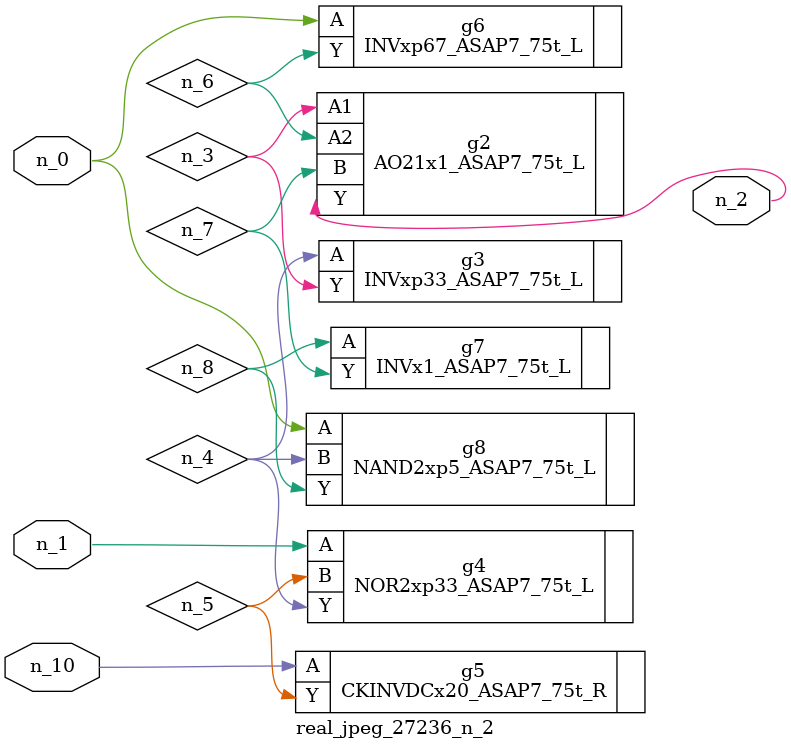
<source format=v>
module real_jpeg_27236_n_2 (n_1, n_10, n_0, n_2);

input n_1;
input n_10;
input n_0;

output n_2;

wire n_5;
wire n_4;
wire n_8;
wire n_6;
wire n_7;
wire n_3;

INVxp67_ASAP7_75t_L g6 ( 
.A(n_0),
.Y(n_6)
);

NAND2xp5_ASAP7_75t_L g8 ( 
.A(n_0),
.B(n_4),
.Y(n_8)
);

NOR2xp33_ASAP7_75t_L g4 ( 
.A(n_1),
.B(n_5),
.Y(n_4)
);

AO21x1_ASAP7_75t_L g2 ( 
.A1(n_3),
.A2(n_6),
.B(n_7),
.Y(n_2)
);

INVxp33_ASAP7_75t_L g3 ( 
.A(n_4),
.Y(n_3)
);

INVx1_ASAP7_75t_L g7 ( 
.A(n_8),
.Y(n_7)
);

CKINVDCx20_ASAP7_75t_R g5 ( 
.A(n_10),
.Y(n_5)
);


endmodule
</source>
